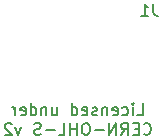
<source format=gbo>
G04 #@! TF.GenerationSoftware,KiCad,Pcbnew,(5.1.0)-1*
G04 #@! TF.CreationDate,2020-07-15T11:29:01-04:00*
G04 #@! TF.ProjectId,VGA_PANEL_BREAKOUT,5647415f-5041-44e4-954c-5f425245414b,rev?*
G04 #@! TF.SameCoordinates,Original*
G04 #@! TF.FileFunction,Legend,Bot*
G04 #@! TF.FilePolarity,Positive*
%FSLAX46Y46*%
G04 Gerber Fmt 4.6, Leading zero omitted, Abs format (unit mm)*
G04 Created by KiCad (PCBNEW (5.1.0)-1) date 2020-07-15 11:29:01*
%MOMM*%
%LPD*%
G04 APERTURE LIST*
%ADD10C,0.150000*%
G04 APERTURE END LIST*
D10*
X166700000Y-103127380D02*
X167176190Y-103127380D01*
X167176190Y-102127380D01*
X166366666Y-103127380D02*
X166366666Y-102460714D01*
X166366666Y-102127380D02*
X166414285Y-102175000D01*
X166366666Y-102222619D01*
X166319047Y-102175000D01*
X166366666Y-102127380D01*
X166366666Y-102222619D01*
X165461904Y-103079761D02*
X165557142Y-103127380D01*
X165747619Y-103127380D01*
X165842857Y-103079761D01*
X165890476Y-103032142D01*
X165938095Y-102936904D01*
X165938095Y-102651190D01*
X165890476Y-102555952D01*
X165842857Y-102508333D01*
X165747619Y-102460714D01*
X165557142Y-102460714D01*
X165461904Y-102508333D01*
X164652380Y-103079761D02*
X164747619Y-103127380D01*
X164938095Y-103127380D01*
X165033333Y-103079761D01*
X165080952Y-102984523D01*
X165080952Y-102603571D01*
X165033333Y-102508333D01*
X164938095Y-102460714D01*
X164747619Y-102460714D01*
X164652380Y-102508333D01*
X164604761Y-102603571D01*
X164604761Y-102698809D01*
X165080952Y-102794047D01*
X164176190Y-102460714D02*
X164176190Y-103127380D01*
X164176190Y-102555952D02*
X164128571Y-102508333D01*
X164033333Y-102460714D01*
X163890476Y-102460714D01*
X163795238Y-102508333D01*
X163747619Y-102603571D01*
X163747619Y-103127380D01*
X163319047Y-103079761D02*
X163223809Y-103127380D01*
X163033333Y-103127380D01*
X162938095Y-103079761D01*
X162890476Y-102984523D01*
X162890476Y-102936904D01*
X162938095Y-102841666D01*
X163033333Y-102794047D01*
X163176190Y-102794047D01*
X163271428Y-102746428D01*
X163319047Y-102651190D01*
X163319047Y-102603571D01*
X163271428Y-102508333D01*
X163176190Y-102460714D01*
X163033333Y-102460714D01*
X162938095Y-102508333D01*
X162080952Y-103079761D02*
X162176190Y-103127380D01*
X162366666Y-103127380D01*
X162461904Y-103079761D01*
X162509523Y-102984523D01*
X162509523Y-102603571D01*
X162461904Y-102508333D01*
X162366666Y-102460714D01*
X162176190Y-102460714D01*
X162080952Y-102508333D01*
X162033333Y-102603571D01*
X162033333Y-102698809D01*
X162509523Y-102794047D01*
X161176190Y-103127380D02*
X161176190Y-102127380D01*
X161176190Y-103079761D02*
X161271428Y-103127380D01*
X161461904Y-103127380D01*
X161557142Y-103079761D01*
X161604761Y-103032142D01*
X161652380Y-102936904D01*
X161652380Y-102651190D01*
X161604761Y-102555952D01*
X161557142Y-102508333D01*
X161461904Y-102460714D01*
X161271428Y-102460714D01*
X161176190Y-102508333D01*
X159509523Y-102460714D02*
X159509523Y-103127380D01*
X159938095Y-102460714D02*
X159938095Y-102984523D01*
X159890476Y-103079761D01*
X159795238Y-103127380D01*
X159652380Y-103127380D01*
X159557142Y-103079761D01*
X159509523Y-103032142D01*
X159033333Y-102460714D02*
X159033333Y-103127380D01*
X159033333Y-102555952D02*
X158985714Y-102508333D01*
X158890476Y-102460714D01*
X158747619Y-102460714D01*
X158652380Y-102508333D01*
X158604761Y-102603571D01*
X158604761Y-103127380D01*
X157700000Y-103127380D02*
X157700000Y-102127380D01*
X157700000Y-103079761D02*
X157795238Y-103127380D01*
X157985714Y-103127380D01*
X158080952Y-103079761D01*
X158128571Y-103032142D01*
X158176190Y-102936904D01*
X158176190Y-102651190D01*
X158128571Y-102555952D01*
X158080952Y-102508333D01*
X157985714Y-102460714D01*
X157795238Y-102460714D01*
X157700000Y-102508333D01*
X156842857Y-103079761D02*
X156938095Y-103127380D01*
X157128571Y-103127380D01*
X157223809Y-103079761D01*
X157271428Y-102984523D01*
X157271428Y-102603571D01*
X157223809Y-102508333D01*
X157128571Y-102460714D01*
X156938095Y-102460714D01*
X156842857Y-102508333D01*
X156795238Y-102603571D01*
X156795238Y-102698809D01*
X157271428Y-102794047D01*
X156366666Y-103127380D02*
X156366666Y-102460714D01*
X156366666Y-102651190D02*
X156319047Y-102555952D01*
X156271428Y-102508333D01*
X156176190Y-102460714D01*
X156080952Y-102460714D01*
X167271428Y-104682142D02*
X167319047Y-104729761D01*
X167461904Y-104777380D01*
X167557142Y-104777380D01*
X167700000Y-104729761D01*
X167795238Y-104634523D01*
X167842857Y-104539285D01*
X167890476Y-104348809D01*
X167890476Y-104205952D01*
X167842857Y-104015476D01*
X167795238Y-103920238D01*
X167700000Y-103825000D01*
X167557142Y-103777380D01*
X167461904Y-103777380D01*
X167319047Y-103825000D01*
X167271428Y-103872619D01*
X166842857Y-104253571D02*
X166509523Y-104253571D01*
X166366666Y-104777380D02*
X166842857Y-104777380D01*
X166842857Y-103777380D01*
X166366666Y-103777380D01*
X165366666Y-104777380D02*
X165700000Y-104301190D01*
X165938095Y-104777380D02*
X165938095Y-103777380D01*
X165557142Y-103777380D01*
X165461904Y-103825000D01*
X165414285Y-103872619D01*
X165366666Y-103967857D01*
X165366666Y-104110714D01*
X165414285Y-104205952D01*
X165461904Y-104253571D01*
X165557142Y-104301190D01*
X165938095Y-104301190D01*
X164938095Y-104777380D02*
X164938095Y-103777380D01*
X164366666Y-104777380D01*
X164366666Y-103777380D01*
X163890476Y-104396428D02*
X163128571Y-104396428D01*
X162461904Y-103777380D02*
X162271428Y-103777380D01*
X162176190Y-103825000D01*
X162080952Y-103920238D01*
X162033333Y-104110714D01*
X162033333Y-104444047D01*
X162080952Y-104634523D01*
X162176190Y-104729761D01*
X162271428Y-104777380D01*
X162461904Y-104777380D01*
X162557142Y-104729761D01*
X162652380Y-104634523D01*
X162700000Y-104444047D01*
X162700000Y-104110714D01*
X162652380Y-103920238D01*
X162557142Y-103825000D01*
X162461904Y-103777380D01*
X161604761Y-104777380D02*
X161604761Y-103777380D01*
X161604761Y-104253571D02*
X161033333Y-104253571D01*
X161033333Y-104777380D02*
X161033333Y-103777380D01*
X160080952Y-104777380D02*
X160557142Y-104777380D01*
X160557142Y-103777380D01*
X159747619Y-104396428D02*
X158985714Y-104396428D01*
X158557142Y-104729761D02*
X158414285Y-104777380D01*
X158176190Y-104777380D01*
X158080952Y-104729761D01*
X158033333Y-104682142D01*
X157985714Y-104586904D01*
X157985714Y-104491666D01*
X158033333Y-104396428D01*
X158080952Y-104348809D01*
X158176190Y-104301190D01*
X158366666Y-104253571D01*
X158461904Y-104205952D01*
X158509523Y-104158333D01*
X158557142Y-104063095D01*
X158557142Y-103967857D01*
X158509523Y-103872619D01*
X158461904Y-103825000D01*
X158366666Y-103777380D01*
X158128571Y-103777380D01*
X157985714Y-103825000D01*
X156890476Y-104110714D02*
X156652380Y-104777380D01*
X156414285Y-104110714D01*
X156080952Y-103872619D02*
X156033333Y-103825000D01*
X155938095Y-103777380D01*
X155700000Y-103777380D01*
X155604761Y-103825000D01*
X155557142Y-103872619D01*
X155509523Y-103967857D01*
X155509523Y-104063095D01*
X155557142Y-104205952D01*
X156128571Y-104777380D01*
X155509523Y-104777380D01*
X168083333Y-93702380D02*
X168083333Y-94416666D01*
X168130952Y-94559523D01*
X168226190Y-94654761D01*
X168369047Y-94702380D01*
X168464285Y-94702380D01*
X167083333Y-94702380D02*
X167654761Y-94702380D01*
X167369047Y-94702380D02*
X167369047Y-93702380D01*
X167464285Y-93845238D01*
X167559523Y-93940476D01*
X167654761Y-93988095D01*
M02*

</source>
